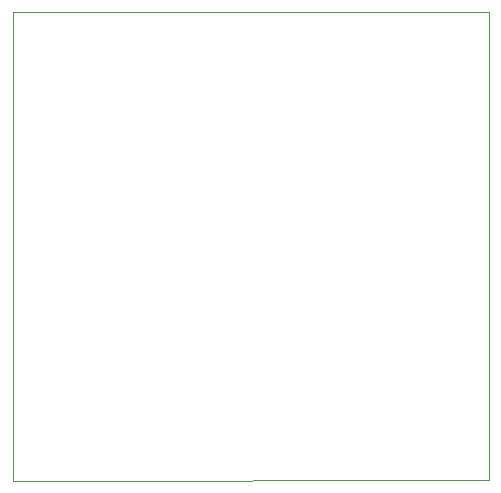
<source format=gbr>
%TF.GenerationSoftware,KiCad,Pcbnew,(6.0.0)*%
%TF.CreationDate,2022-02-17T12:00:40-08:00*%
%TF.ProjectId,LedPracticePanel,4c656450-7261-4637-9469-636550616e65,0*%
%TF.SameCoordinates,Original*%
%TF.FileFunction,Profile,NP*%
%FSLAX46Y46*%
G04 Gerber Fmt 4.6, Leading zero omitted, Abs format (unit mm)*
G04 Created by KiCad (PCBNEW (6.0.0)) date 2022-02-17 12:00:40*
%MOMM*%
%LPD*%
G01*
G04 APERTURE LIST*
%TA.AperFunction,Profile*%
%ADD10C,0.100000*%
%TD*%
G04 APERTURE END LIST*
D10*
X11950000Y-12100000D02*
X11950000Y-51750000D01*
X52250000Y-12050000D02*
X11950000Y-12100000D01*
X11950000Y-51750000D02*
X52250000Y-51700000D01*
X52250000Y-51700000D02*
X52250000Y-12050000D01*
M02*

</source>
